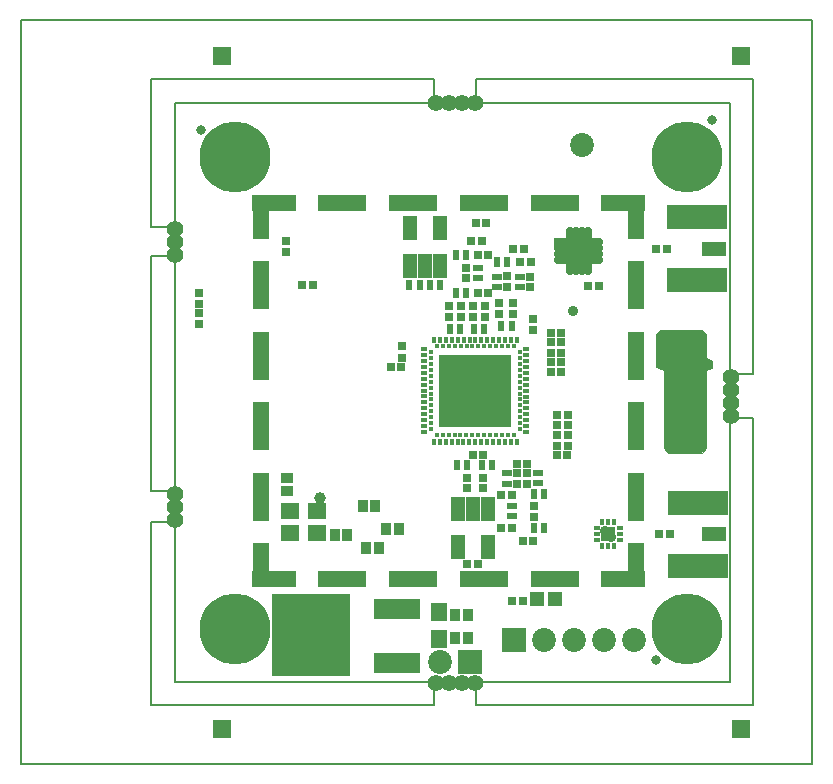
<source format=gts>
G04 (created by PCBNEW (2013-05-31 BZR 4019)-stable) date 03/03/2014 21:16:58*
%MOIN*%
G04 Gerber Fmt 3.4, Leading zero omitted, Abs format*
%FSLAX34Y34*%
G01*
G70*
G90*
G04 APERTURE LIST*
%ADD10C,0.00590551*%
%ADD11C,0.0077*%
%ADD12C,0.0314961*%
%ADD13C,0.0357*%
%ADD14C,0.0554*%
%ADD15R,0.0592X0.0592*%
%ADD16C,0.0395*%
%ADD17R,0.055X0.0588*%
%ADD18R,0.0588X0.055*%
%ADD19R,0.0273X0.0253*%
%ADD20R,0.0253X0.0273*%
%ADD21R,0.0337X0.0218*%
%ADD22R,0.0218X0.0337*%
%ADD23R,0.0353X0.0392*%
%ADD24R,0.0392X0.0353*%
%ADD25R,0.0273X0.0273*%
%ADD26C,0.2365*%
%ADD27R,0.1571X0.0704*%
%ADD28R,0.2594X0.2752*%
%ADD29R,0.0514X0.0514*%
%ADD30R,0.2049X0.0789*%
%ADD31R,0.0789X0.0475*%
%ADD32R,0.0797X0.0797*%
%ADD33C,0.0797*%
%ADD34R,0.0453X0.0803*%
%ADD35R,0.0823X0.0823*%
%ADD36O,0.0271X0.0489*%
%ADD37O,0.0276X0.0489*%
%ADD38O,0.0272X0.0489*%
%ADD39O,0.0489X0.0272*%
%ADD40R,0.0489X0.0272*%
%ADD41O,0.0489X0.0276*%
%ADD42R,0.0357X0.0409*%
%ADD43R,0.022X0.0314*%
%ADD44R,0.0476X0.0295*%
%ADD45R,0.0527X0.0295*%
%ADD46R,0.0554X0.0295*%
%ADD47R,0.0759X0.0295*%
%ADD48R,0.0219X0.0295*%
%ADD49R,0.0219X0.0283*%
%ADD50R,0.022X0.0295*%
%ADD51R,0.0219X0.0371*%
%ADD52R,0.0219X0.0542*%
%ADD53R,0.0219X0.0504*%
%ADD54R,0.0219X0.0294*%
%ADD55R,0.0219X0.0409*%
%ADD56R,0.0219X0.058*%
%ADD57R,0.0219X0.0675*%
%ADD58R,0.0219X0.0789*%
%ADD59R,0.0219X0.0846*%
%ADD60R,0.0219X0.0903*%
%ADD61R,0.0219X0.0979*%
%ADD62R,0.0219X0.0485*%
%ADD63R,0.0219X0.0447*%
%ADD64R,0.0219X0.0428*%
%ADD65R,0.0219X0.039*%
%ADD66R,0.0219X0.0333*%
%ADD67R,0.0219X0.0276*%
%ADD68R,0.0219X0.0238*%
%ADD69R,0.0219X0.0637*%
%ADD70R,0.0219X0.0751*%
%ADD71R,0.0219X0.0314*%
%ADD72R,0.0219X0.0257*%
%ADD73R,0.022X0.034*%
%ADD74R,0.0219X0.0535*%
%ADD75R,0.0219X0.0352*%
%ADD76R,0.0219X0.0561*%
%ADD77R,0.0219X0.0599*%
%ADD78R,0.0219X0.0523*%
%ADD79R,0.0219X0.0466*%
%ADD80R,0.0791X0.0295*%
%ADD81R,0.0357X0.0295*%
%ADD82R,0.022X0.058*%
%ADD83R,0.0219X0.0618*%
%ADD84R,0.0495X0.0295*%
%ADD85R,0.0417X0.0295*%
%ADD86R,0.0924X0.0295*%
%ADD87R,0.0219X0.3981*%
%ADD88R,0.0129921X0.0248031*%
%ADD89R,0.0248031X0.0129921*%
%ADD90R,0.0464567X0.0464567*%
%ADD91R,0.240146X0.240146*%
%ADD92R,0.0235X0.0393*%
%ADD93R,0.0155X0.0155*%
%ADD94R,0.0155X0.0215*%
%ADD95R,0.0215X0.0155*%
%ADD96R,0.1649X0.0546*%
%ADD97R,0.1453X0.0546*%
%ADD98R,0.0546X0.1453*%
%ADD99R,0.0546X0.1649*%
%ADD100C,0.0039*%
G04 APERTURE END LIST*
G54D10*
G54D11*
X42606Y-52483D02*
X42606Y-27680D01*
X68983Y-52483D02*
X42606Y-52483D01*
X68983Y-27680D02*
X68983Y-52483D01*
X42606Y-27680D02*
X68983Y-27680D01*
X66228Y-30437D02*
X66228Y-39492D01*
X57764Y-30437D02*
X66228Y-30437D01*
X57764Y-29650D02*
X57764Y-30437D01*
X67016Y-29650D02*
X57764Y-29650D01*
X67016Y-39492D02*
X67016Y-29650D01*
X66228Y-39492D02*
X67016Y-39492D01*
X57764Y-50515D02*
X57764Y-49728D01*
X67016Y-50515D02*
X57764Y-50515D01*
X67016Y-40948D02*
X67016Y-50515D01*
X66228Y-40948D02*
X67016Y-40948D01*
X66228Y-49728D02*
X66228Y-40948D01*
X57764Y-49728D02*
X66228Y-49728D01*
X46936Y-50515D02*
X46936Y-44413D01*
X56386Y-50515D02*
X46936Y-50515D01*
X56386Y-49728D02*
X56386Y-50515D01*
X47724Y-49728D02*
X56386Y-49728D01*
X47724Y-44413D02*
X47724Y-49728D01*
X46936Y-44413D02*
X47724Y-44413D01*
X46936Y-43390D02*
X46936Y-35555D01*
X47724Y-43390D02*
X46936Y-43390D01*
X47724Y-35555D02*
X47724Y-43390D01*
X46936Y-35555D02*
X47724Y-35555D01*
X47724Y-30437D02*
X47724Y-34570D01*
X46936Y-34570D02*
X47724Y-34570D01*
X46936Y-29648D02*
X46936Y-34570D01*
X46936Y-29648D02*
X56384Y-29648D01*
X56384Y-29648D02*
X56384Y-30437D01*
X47724Y-30437D02*
X56384Y-30437D01*
G54D12*
X48590Y-31346D03*
X65629Y-31015D03*
X63771Y-49007D03*
G54D13*
X61386Y-35540D03*
X61024Y-35536D03*
X61024Y-35198D03*
X61394Y-35193D03*
G54D14*
X47725Y-34630D03*
X47725Y-35063D03*
X47725Y-35496D03*
X47725Y-44335D03*
X47725Y-43902D03*
X47725Y-43469D03*
X66268Y-39571D03*
X66268Y-40004D03*
X66268Y-40437D03*
X66268Y-40870D03*
G54D15*
X49299Y-51303D03*
X49299Y-51303D03*
X66622Y-51303D03*
X66622Y-51303D03*
X66621Y-28862D03*
X66621Y-28862D03*
G54D13*
X58299Y-40354D03*
X58299Y-39921D03*
X58082Y-40138D03*
X58515Y-40138D03*
X61011Y-37386D03*
X62078Y-44708D03*
X62275Y-44901D03*
X58732Y-40354D03*
X57866Y-40354D03*
X57433Y-40354D03*
X57000Y-40354D03*
X56783Y-40571D03*
X57216Y-40571D03*
X57653Y-40571D03*
X58082Y-40571D03*
X58515Y-40571D03*
X58515Y-41004D03*
X58082Y-41004D03*
X57653Y-41004D03*
X57216Y-41004D03*
X56783Y-41004D03*
X57000Y-40787D03*
X57433Y-40787D03*
X58299Y-40787D03*
X57866Y-40787D03*
X58732Y-40787D03*
X58732Y-39921D03*
X57866Y-39921D03*
X57433Y-39921D03*
X57000Y-39921D03*
X56783Y-40138D03*
X57216Y-40138D03*
X57653Y-40138D03*
X58515Y-39705D03*
X58082Y-39705D03*
X57653Y-39705D03*
X57216Y-39705D03*
X56783Y-39705D03*
X57000Y-39488D03*
X57433Y-39488D03*
X58299Y-39488D03*
X57866Y-39488D03*
X58732Y-39488D03*
X58732Y-39055D03*
X57866Y-39055D03*
X58299Y-39055D03*
X57433Y-39055D03*
X57000Y-39055D03*
X56783Y-39272D03*
X57216Y-39272D03*
X57653Y-39272D03*
X58082Y-39272D03*
X58515Y-39272D03*
G54D16*
X52586Y-43621D03*
G54D17*
X56532Y-48310D03*
X56532Y-47406D03*
G54D18*
X51568Y-44036D03*
X52472Y-44036D03*
X51568Y-44772D03*
X52472Y-44772D03*
G54D19*
X51445Y-35036D03*
X51445Y-35406D03*
G54D20*
X61870Y-36559D03*
X61500Y-36559D03*
G54D19*
X60461Y-41890D03*
X60461Y-41520D03*
X55299Y-38559D03*
X55299Y-38929D03*
X60827Y-41504D03*
X60827Y-41874D03*
X60618Y-38784D03*
X60618Y-38414D03*
X60264Y-38402D03*
X60264Y-38772D03*
X59665Y-38024D03*
X59665Y-37654D03*
G54D21*
X58799Y-43133D03*
X58799Y-42793D03*
X57825Y-35952D03*
X57825Y-36292D03*
X59843Y-43123D03*
X59843Y-42783D03*
G54D22*
X58800Y-35740D03*
X58460Y-35740D03*
X57442Y-36787D03*
X57102Y-36787D03*
G54D21*
X58472Y-36568D03*
X58472Y-36228D03*
G54D22*
X57434Y-35512D03*
X57094Y-35512D03*
X58957Y-37870D03*
X58617Y-37870D03*
G54D21*
X59252Y-36247D03*
X59252Y-36587D03*
G54D22*
X58296Y-42520D03*
X57956Y-42520D03*
X57123Y-42500D03*
X57463Y-42500D03*
X59692Y-44606D03*
X60032Y-44606D03*
G54D21*
X58976Y-44225D03*
X58976Y-43885D03*
G54D22*
X59692Y-43484D03*
X60032Y-43484D03*
X57237Y-37984D03*
X56897Y-37984D03*
X56568Y-36500D03*
X56228Y-36500D03*
X55550Y-36496D03*
X55890Y-36496D03*
X58044Y-37992D03*
X57704Y-37992D03*
G54D23*
X57078Y-47500D03*
X57508Y-47500D03*
X57088Y-48284D03*
X57518Y-48284D03*
X54542Y-45276D03*
X54112Y-45276D03*
G54D24*
X51469Y-43372D03*
X51469Y-42943D03*
G54D23*
X53057Y-44851D03*
X53487Y-44851D03*
X55215Y-44638D03*
X54785Y-44638D03*
X53990Y-43882D03*
X54420Y-43882D03*
G54D25*
X59016Y-35305D03*
X59370Y-35305D03*
X59327Y-45031D03*
X59681Y-45031D03*
X58976Y-44606D03*
X58622Y-44606D03*
X59693Y-43878D03*
X59693Y-44232D03*
X58976Y-43504D03*
X58622Y-43504D03*
X59124Y-42776D03*
X59124Y-43130D03*
X59488Y-42776D03*
X59488Y-43130D03*
X59130Y-42477D03*
X59484Y-42477D03*
X59577Y-36584D03*
X59577Y-36230D03*
X57469Y-45799D03*
X57823Y-45799D03*
X57622Y-35059D03*
X57976Y-35059D03*
X58004Y-42933D03*
X58004Y-43287D03*
X57461Y-42933D03*
X57461Y-43287D03*
X57667Y-42165D03*
X58021Y-42165D03*
X59012Y-37480D03*
X59012Y-37126D03*
X59248Y-35744D03*
X59602Y-35744D03*
X58799Y-36575D03*
X58799Y-36221D03*
X57441Y-36289D03*
X57441Y-35935D03*
X51976Y-36496D03*
X52330Y-36496D03*
X57825Y-35522D03*
X58179Y-35522D03*
X58071Y-37579D03*
X58071Y-37225D03*
X57677Y-37579D03*
X57677Y-37225D03*
X57260Y-37575D03*
X57260Y-37221D03*
X57825Y-36781D03*
X58179Y-36781D03*
X57764Y-34433D03*
X58118Y-34433D03*
X56874Y-37567D03*
X56874Y-37213D03*
X58547Y-37480D03*
X58547Y-37126D03*
X63775Y-35299D03*
X64129Y-35299D03*
X48532Y-37130D03*
X48532Y-36776D03*
X48532Y-37457D03*
X48532Y-37811D03*
X60264Y-38110D03*
X60618Y-38110D03*
X60268Y-39083D03*
X60622Y-39083D03*
X60264Y-39406D03*
X60618Y-39406D03*
X60473Y-40831D03*
X60827Y-40831D03*
X60461Y-42173D03*
X60815Y-42173D03*
X55283Y-39252D03*
X54929Y-39252D03*
X60481Y-41173D03*
X60835Y-41173D03*
G54D26*
X49752Y-32228D03*
X64791Y-32228D03*
X64791Y-47975D03*
X49752Y-47975D03*
G54D27*
X55145Y-49107D03*
G54D28*
X52271Y-48173D03*
G54D27*
X55145Y-47309D03*
G54D20*
X59347Y-47051D03*
X58977Y-47051D03*
G54D29*
X60421Y-46992D03*
X59791Y-46992D03*
G54D16*
X52112Y-49195D03*
X51720Y-49197D03*
X52507Y-49197D03*
X51325Y-49197D03*
X51325Y-48802D03*
X51325Y-48410D03*
X51325Y-48015D03*
X51325Y-47622D03*
X51325Y-47267D03*
X51720Y-47267D03*
X52114Y-47267D03*
X52507Y-47267D03*
X52900Y-47267D03*
X52900Y-47622D03*
X52900Y-48015D03*
X52900Y-48410D03*
X52900Y-48802D03*
G54D15*
X49299Y-28862D03*
X49299Y-28862D03*
G54D14*
X56426Y-49768D03*
X56859Y-49768D03*
X57292Y-49768D03*
X57726Y-49768D03*
X56425Y-30437D03*
X56858Y-30437D03*
X57291Y-30437D03*
X57725Y-30437D03*
G54D30*
X65161Y-43763D03*
X65161Y-45867D03*
G54D31*
X65711Y-44815D03*
G54D30*
X65145Y-34246D03*
X65145Y-36350D03*
G54D31*
X65695Y-35298D03*
G54D32*
X57576Y-49079D03*
G54D33*
X56576Y-49079D03*
G54D34*
X57164Y-43981D03*
X57664Y-43981D03*
X58164Y-43981D03*
X58164Y-45232D03*
X57164Y-45232D03*
G54D35*
X61200Y-35379D03*
G54D36*
X61298Y-34799D03*
G54D37*
X61102Y-34799D03*
G54D36*
X60905Y-34799D03*
G54D37*
X61495Y-34799D03*
X61102Y-35959D03*
G54D38*
X60905Y-35960D03*
X61298Y-35960D03*
X61495Y-35960D03*
G54D39*
X60619Y-35281D03*
G54D40*
X60619Y-35084D03*
G54D39*
X60619Y-35477D03*
X60619Y-35674D03*
G54D41*
X61780Y-35281D03*
G54D39*
X61781Y-35084D03*
X61781Y-35477D03*
X61781Y-35674D03*
G54D34*
X56579Y-35874D03*
X56079Y-35874D03*
X55579Y-35874D03*
X55579Y-34623D03*
X56579Y-34623D03*
G54D42*
X65303Y-39141D03*
G54D43*
X65063Y-40479D03*
G54D44*
X64551Y-40832D03*
G54D45*
X64905Y-40832D03*
G54D46*
X64890Y-41137D03*
G54D47*
X64791Y-41438D03*
G54D48*
X65437Y-39141D03*
G54D49*
X64362Y-40940D03*
G54D50*
X64377Y-41328D03*
G54D49*
X64358Y-41334D03*
G54D51*
X64378Y-41479D03*
G54D52*
X65043Y-39587D03*
G54D53*
X65059Y-39606D03*
G54D48*
X65063Y-40224D03*
G54D50*
X65044Y-40224D03*
G54D54*
X65059Y-39826D03*
G54D55*
X63960Y-38571D03*
G54D56*
X63979Y-38561D03*
G54D57*
X63998Y-38571D03*
G54D58*
X64017Y-38571D03*
G54D59*
X64036Y-38561D03*
G54D60*
X64055Y-38571D03*
G54D61*
X64074Y-38571D03*
G54D62*
X64093Y-38837D03*
X64093Y-38305D03*
G54D63*
X64112Y-38875D03*
X64112Y-38267D03*
G54D64*
X64131Y-38903D03*
G54D55*
X64131Y-38229D03*
G54D65*
X64150Y-38922D03*
G54D51*
X64150Y-38210D03*
G54D66*
X64169Y-38932D03*
X64169Y-38210D03*
G54D48*
X64188Y-38932D03*
G54D63*
X64188Y-38571D03*
G54D67*
X64188Y-38200D03*
G54D68*
X64207Y-38941D03*
G54D52*
X64207Y-38561D03*
G54D68*
X64207Y-38200D03*
G54D69*
X64226Y-38571D03*
G54D57*
X64245Y-38571D03*
G54D70*
X64264Y-38571D03*
G54D64*
X64283Y-38751D03*
G54D55*
X64283Y-38381D03*
G54D51*
X64302Y-38780D03*
X64302Y-38362D03*
G54D71*
X64321Y-38789D03*
X64321Y-38352D03*
G54D72*
X64340Y-38799D03*
X64340Y-38343D03*
G54D66*
X64359Y-41915D03*
G54D73*
X64358Y-41464D03*
G54D74*
X64362Y-40712D03*
G54D71*
X64359Y-40024D03*
G54D53*
X64359Y-39606D03*
G54D48*
X64359Y-38571D03*
G54D75*
X64378Y-41905D03*
G54D48*
X64378Y-40946D03*
G54D76*
X64378Y-40699D03*
G54D75*
X64378Y-40024D03*
G54D52*
X64378Y-39587D03*
G54D55*
X64378Y-38571D03*
G54D75*
X64397Y-41905D03*
G54D51*
X64397Y-41478D03*
G54D48*
X64397Y-41326D03*
X64397Y-40946D03*
G54D56*
X64397Y-40689D03*
G54D75*
X64397Y-40024D03*
G54D56*
X64397Y-39568D03*
G54D62*
X64397Y-38571D03*
G54D75*
X64416Y-41905D03*
G54D51*
X64416Y-41478D03*
G54D48*
X64416Y-41307D03*
X64416Y-40965D03*
G54D77*
X64416Y-40680D03*
G54D75*
X64416Y-40024D03*
G54D77*
X64416Y-39559D03*
G54D78*
X64416Y-38571D03*
G54D51*
X64435Y-41896D03*
X64435Y-41478D03*
G54D48*
X64435Y-41307D03*
X64435Y-40965D03*
G54D66*
X64435Y-40528D03*
G54D51*
X64435Y-40034D03*
G54D75*
X64435Y-39416D03*
G54D48*
X64435Y-38685D03*
X64435Y-38457D03*
G54D51*
X64454Y-41896D03*
X64454Y-41478D03*
G54D48*
X64454Y-41288D03*
X64454Y-40984D03*
G54D71*
X64454Y-40499D03*
G54D65*
X64454Y-40024D03*
G54D66*
X64454Y-39388D03*
G54D68*
X64454Y-38694D03*
X64454Y-38447D03*
G54D51*
X64473Y-41896D03*
G54D65*
X64473Y-41487D03*
G54D48*
X64473Y-41288D03*
X64473Y-40984D03*
X64473Y-40490D03*
G54D67*
X64473Y-40081D03*
G54D48*
X64473Y-39977D03*
G54D71*
X64473Y-39359D03*
G54D51*
X64492Y-41896D03*
G54D65*
X64492Y-41487D03*
G54D48*
X64492Y-41269D03*
G54D67*
X64492Y-40993D03*
G54D48*
X64492Y-40490D03*
X64492Y-40091D03*
G54D67*
X64492Y-39967D03*
G54D71*
X64492Y-39359D03*
G54D65*
X64511Y-41886D03*
X64511Y-41487D03*
G54D48*
X64511Y-41269D03*
X64511Y-41003D03*
X64511Y-40471D03*
X64511Y-40091D03*
X64511Y-39958D03*
G54D71*
X64511Y-39340D03*
G54D67*
X64530Y-41829D03*
G54D65*
X64530Y-41487D03*
G54D48*
X64530Y-41250D03*
G54D67*
X64530Y-41012D03*
G54D48*
X64530Y-40471D03*
X64530Y-40091D03*
X64530Y-39958D03*
X64530Y-39331D03*
G54D67*
X64549Y-41829D03*
G54D55*
X64549Y-41497D03*
G54D48*
X64549Y-41250D03*
X64549Y-41022D03*
X64549Y-40471D03*
G54D67*
X64549Y-40100D03*
G54D48*
X64549Y-39958D03*
X64549Y-39331D03*
X64568Y-41820D03*
X64568Y-41554D03*
X64568Y-41231D03*
G54D67*
X64568Y-41031D03*
G54D48*
X64568Y-40471D03*
X64568Y-40110D03*
G54D67*
X64568Y-39948D03*
G54D79*
X64568Y-38789D03*
G54D53*
X64568Y-38333D03*
G54D67*
X64587Y-41810D03*
X64587Y-41563D03*
G54D48*
X64587Y-41231D03*
X64587Y-41041D03*
X64587Y-40471D03*
X64587Y-40110D03*
X64587Y-39939D03*
G54D62*
X64587Y-38780D03*
G54D53*
X64587Y-38333D03*
G54D67*
X64606Y-41810D03*
G54D48*
X64606Y-41573D03*
X64606Y-41212D03*
G54D67*
X64606Y-41050D03*
G54D48*
X64606Y-40490D03*
G54D67*
X64606Y-40119D03*
G54D48*
X64606Y-39939D03*
G54D78*
X64606Y-38761D03*
G54D53*
X64606Y-38333D03*
G54D67*
X64625Y-41810D03*
G54D48*
X64625Y-41573D03*
X64625Y-41212D03*
X64625Y-41060D03*
G54D71*
X64625Y-40499D03*
G54D48*
X64625Y-40129D03*
X64625Y-39939D03*
G54D78*
X64625Y-38761D03*
G54D53*
X64625Y-38333D03*
G54D48*
X64644Y-41801D03*
X64644Y-41573D03*
X64644Y-41193D03*
G54D67*
X64644Y-41069D03*
G54D71*
X64644Y-40518D03*
G54D48*
X64644Y-40129D03*
X64644Y-39920D03*
G54D66*
X64644Y-38647D03*
G54D67*
X64663Y-41791D03*
X64663Y-41582D03*
G54D65*
X64663Y-41126D03*
G54D75*
X64663Y-40537D03*
G54D48*
X64663Y-40129D03*
X64663Y-39920D03*
X64663Y-38628D03*
G54D67*
X64682Y-41791D03*
G54D48*
X64682Y-41592D03*
G54D51*
X64682Y-41136D03*
G54D77*
X64682Y-40680D03*
G54D67*
X64682Y-40138D03*
G54D48*
X64682Y-39920D03*
X64682Y-38609D03*
G54D67*
X64701Y-41791D03*
G54D48*
X64701Y-41592D03*
G54D75*
X64701Y-41126D03*
G54D56*
X64701Y-40689D03*
G54D48*
X64701Y-40148D03*
X64701Y-39901D03*
G54D80*
X64704Y-39711D03*
G54D81*
X64701Y-38875D03*
G54D48*
X64701Y-38609D03*
G54D81*
X64701Y-38438D03*
G54D48*
X64720Y-41782D03*
G54D67*
X64720Y-41601D03*
G54D66*
X64720Y-41136D03*
G54D52*
X64720Y-40708D03*
G54D48*
X64720Y-40148D03*
X64720Y-39901D03*
G54D67*
X64720Y-38618D03*
G54D47*
X64791Y-41934D03*
G54D67*
X64739Y-41772D03*
X64739Y-41601D03*
G54D78*
X64739Y-40718D03*
G54D48*
X64739Y-40148D03*
X64739Y-39901D03*
X64739Y-38628D03*
G54D67*
X64758Y-41772D03*
G54D48*
X64758Y-41611D03*
X64758Y-40604D03*
G54D71*
X64758Y-40157D03*
G54D48*
X64758Y-39901D03*
G54D71*
X64758Y-38637D03*
G54D48*
X64777Y-41763D03*
X64777Y-41611D03*
G54D71*
X64777Y-40594D03*
G54D82*
X64777Y-40024D03*
G54D78*
X64777Y-38761D03*
G54D63*
X64777Y-38362D03*
G54D67*
X64796Y-41753D03*
X64796Y-41620D03*
G54D48*
X64796Y-40585D03*
G54D56*
X64796Y-40024D03*
G54D53*
X64796Y-38770D03*
G54D63*
X64796Y-38362D03*
G54D67*
X64815Y-41753D03*
X64815Y-41620D03*
G54D71*
X64815Y-40575D03*
G54D56*
X64815Y-40024D03*
G54D62*
X64815Y-38780D03*
G54D63*
X64815Y-38362D03*
G54D67*
X64834Y-41753D03*
G54D48*
X64834Y-41630D03*
G54D71*
X64834Y-40575D03*
G54D83*
X64834Y-40024D03*
G54D84*
X64701Y-39311D03*
G54D79*
X64834Y-38789D03*
G54D63*
X64834Y-38362D03*
G54D48*
X64853Y-41744D03*
X64853Y-41630D03*
X64853Y-40566D03*
X64853Y-40186D03*
X64853Y-39863D03*
G54D71*
X64853Y-39321D03*
X64853Y-38694D03*
G54D67*
X64872Y-41734D03*
X64872Y-41639D03*
G54D71*
X64872Y-40556D03*
G54D48*
X64872Y-40186D03*
X64872Y-39863D03*
X64872Y-39331D03*
X64872Y-38685D03*
G54D51*
X64891Y-41687D03*
G54D48*
X64891Y-40547D03*
X64891Y-40205D03*
X64891Y-39863D03*
G54D71*
X64891Y-39340D03*
G54D48*
X64891Y-38685D03*
G54D51*
X64910Y-41687D03*
G54D71*
X64910Y-40537D03*
G54D48*
X64910Y-40205D03*
X64910Y-39844D03*
X64910Y-39350D03*
X64910Y-38666D03*
G54D75*
X64929Y-41696D03*
G54D71*
X64929Y-40537D03*
G54D48*
X64929Y-40205D03*
X64929Y-39844D03*
G54D71*
X64929Y-39359D03*
G54D48*
X64929Y-38666D03*
G54D66*
X64948Y-41687D03*
G54D48*
X64948Y-40528D03*
X64948Y-40205D03*
X64948Y-39844D03*
G54D71*
X64948Y-39378D03*
G54D48*
X64948Y-38647D03*
G54D85*
X64945Y-38438D03*
G54D66*
X64967Y-41687D03*
G54D71*
X64967Y-40518D03*
G54D48*
X64967Y-40224D03*
X64967Y-39825D03*
G54D75*
X64967Y-39397D03*
G54D85*
X64945Y-38875D03*
G54D48*
X64967Y-38647D03*
G54D66*
X64986Y-41687D03*
G54D48*
X64986Y-40509D03*
G54D86*
X64712Y-40345D03*
G54D48*
X64986Y-40224D03*
X64986Y-39825D03*
G54D71*
X64986Y-39701D03*
G54D55*
X64986Y-39445D03*
G54D48*
X64986Y-39141D03*
X64986Y-38628D03*
X65005Y-41687D03*
G54D71*
X65005Y-40499D03*
G54D48*
X65005Y-40224D03*
X65005Y-39825D03*
G54D77*
X65005Y-39559D03*
G54D66*
X65005Y-39141D03*
G54D48*
X65005Y-38628D03*
X65024Y-41687D03*
X65024Y-40490D03*
X65024Y-40224D03*
X65024Y-39825D03*
G54D76*
X65024Y-39578D03*
G54D51*
X65024Y-39141D03*
G54D67*
X65024Y-38618D03*
G54D48*
X65043Y-41687D03*
G54D71*
X65043Y-40480D03*
G54D54*
X65043Y-39826D03*
G54D48*
X65043Y-38609D03*
G54D72*
X65062Y-41687D03*
G54D42*
X65110Y-39141D03*
G54D87*
X65195Y-40091D03*
X65214Y-40091D03*
X65233Y-40091D03*
G54D65*
X65386Y-39141D03*
G54D51*
X65404Y-39141D03*
G54D66*
X65421Y-39141D03*
G54D33*
X61314Y-31834D03*
X63043Y-48350D03*
X62043Y-48350D03*
X61043Y-48350D03*
G54D32*
X59043Y-48330D03*
G54D33*
X60043Y-48350D03*
G54D88*
X62185Y-45208D03*
X61988Y-45208D03*
X62381Y-45208D03*
X62381Y-44421D03*
X62185Y-44421D03*
X61988Y-44421D03*
G54D89*
X61791Y-45011D03*
X61791Y-44814D03*
X61791Y-44618D03*
X62578Y-44814D03*
X62578Y-44618D03*
X62578Y-45011D03*
G54D90*
X62185Y-44814D03*
G54D25*
X63882Y-44814D03*
X64236Y-44814D03*
G54D91*
X57751Y-40028D03*
G54D92*
X58242Y-40948D03*
X58242Y-40580D03*
X58242Y-40216D03*
X58242Y-39845D03*
X58242Y-39480D03*
X58242Y-39113D03*
X58437Y-39113D03*
X58439Y-39480D03*
X58439Y-39845D03*
X58439Y-40216D03*
X58439Y-40580D03*
X58439Y-40948D03*
X58827Y-40948D03*
X58827Y-40580D03*
X58827Y-40216D03*
X58827Y-39845D03*
X58827Y-39480D03*
X58827Y-39113D03*
X58630Y-39113D03*
X58630Y-39480D03*
X58630Y-39845D03*
X58630Y-40216D03*
X58630Y-40580D03*
X58630Y-40948D03*
X57462Y-40948D03*
X57462Y-40580D03*
X57462Y-40216D03*
X57462Y-39845D03*
X57462Y-39480D03*
X57462Y-39113D03*
X57657Y-39113D03*
X57659Y-39480D03*
X57659Y-39845D03*
X57659Y-40216D03*
X57659Y-40580D03*
X57659Y-40948D03*
X58047Y-40948D03*
X58047Y-40580D03*
X58047Y-40216D03*
X58047Y-39845D03*
X58047Y-39480D03*
X58047Y-39113D03*
X57850Y-39113D03*
X57850Y-39480D03*
X57850Y-39845D03*
X57850Y-40216D03*
X57850Y-40580D03*
X57850Y-40948D03*
X57067Y-40948D03*
X57067Y-40580D03*
X57067Y-40216D03*
X57067Y-39845D03*
X57067Y-39480D03*
X57067Y-39113D03*
X57264Y-39113D03*
X57265Y-39480D03*
X57265Y-39845D03*
X57265Y-40216D03*
X57265Y-40580D03*
X57265Y-40948D03*
X56875Y-40948D03*
X56875Y-40580D03*
X56875Y-40216D03*
X56875Y-39845D03*
X56875Y-39480D03*
X56875Y-39113D03*
G54D93*
X58836Y-38554D03*
X59033Y-38554D03*
X58638Y-38554D03*
X58441Y-38554D03*
X58245Y-38554D03*
X58048Y-38554D03*
X57851Y-38554D03*
X57655Y-38554D03*
X57458Y-38554D03*
X57260Y-38554D03*
X57063Y-38554D03*
X56866Y-38554D03*
X56671Y-38554D03*
G54D94*
X59130Y-38330D03*
X58933Y-38330D03*
X58738Y-38330D03*
X58541Y-38330D03*
X58343Y-38330D03*
X58146Y-38330D03*
X57950Y-38330D03*
X57753Y-38330D03*
X57556Y-38330D03*
X57360Y-38330D03*
X57163Y-38330D03*
X56966Y-38330D03*
X56768Y-38330D03*
X56571Y-38330D03*
G54D93*
X56473Y-38554D03*
G54D95*
X59453Y-38653D03*
G54D93*
X59228Y-38753D03*
G54D95*
X59453Y-38852D03*
X59453Y-39048D03*
X59453Y-39245D03*
X59453Y-39442D03*
X59453Y-39638D03*
X59451Y-39835D03*
X59453Y-40032D03*
X59453Y-40228D03*
X59453Y-40427D03*
X59453Y-40622D03*
X59453Y-40820D03*
X59453Y-41017D03*
X59453Y-41212D03*
X59453Y-41400D03*
G54D93*
X59228Y-38950D03*
X59228Y-39145D03*
X59228Y-39343D03*
X59228Y-39540D03*
X59228Y-39737D03*
X59228Y-39933D03*
X59228Y-40132D03*
X59228Y-40327D03*
X59228Y-40523D03*
X59228Y-40722D03*
X59228Y-40918D03*
X59228Y-41312D03*
X59228Y-41115D03*
X58830Y-41505D03*
X59026Y-41505D03*
X58633Y-41505D03*
X58436Y-41505D03*
X58238Y-41505D03*
X58043Y-41505D03*
X57846Y-41505D03*
X57648Y-41505D03*
X57451Y-41505D03*
X57255Y-41505D03*
X57058Y-41505D03*
X56860Y-41505D03*
X56665Y-41505D03*
G54D94*
X59123Y-41730D03*
X58926Y-41730D03*
X58731Y-41730D03*
X58535Y-41730D03*
X58338Y-41730D03*
X58141Y-41730D03*
X57943Y-41730D03*
X57746Y-41730D03*
X57550Y-41729D03*
X57353Y-41730D03*
X57156Y-41730D03*
X56960Y-41730D03*
X56763Y-41730D03*
X56566Y-41730D03*
G54D93*
X56468Y-41505D03*
G54D94*
X56368Y-41730D03*
X56374Y-38330D03*
G54D95*
X56051Y-38652D03*
G54D93*
X56276Y-38751D03*
G54D95*
X56051Y-38849D03*
X56051Y-39046D03*
X56051Y-39243D03*
X56051Y-39440D03*
X56051Y-39637D03*
X56051Y-39833D03*
X56051Y-40030D03*
X56051Y-40227D03*
X56051Y-40424D03*
X56051Y-40621D03*
X56051Y-40818D03*
X56051Y-41015D03*
X56051Y-41210D03*
X56051Y-41407D03*
G54D93*
X56276Y-38948D03*
X56276Y-39144D03*
X56276Y-39341D03*
X56276Y-39538D03*
X56276Y-39735D03*
X56276Y-39932D03*
X56276Y-40129D03*
X56276Y-40326D03*
X56276Y-40522D03*
X56276Y-40719D03*
X56276Y-40916D03*
X56276Y-41310D03*
X56276Y-41113D03*
G54D92*
X56679Y-39113D03*
X56679Y-39480D03*
X56679Y-39845D03*
X56679Y-40216D03*
X56679Y-40580D03*
X56679Y-40948D03*
G54D96*
X60400Y-33783D03*
X58038Y-33783D03*
X55676Y-33783D03*
X53313Y-33783D03*
G54D97*
X51051Y-33783D03*
G54D98*
X50599Y-34235D03*
G54D99*
X63116Y-36500D03*
X63116Y-38862D03*
X63116Y-41223D03*
X63116Y-43587D03*
G54D97*
X62663Y-46301D03*
G54D98*
X63116Y-45847D03*
X50599Y-45847D03*
G54D97*
X51051Y-46301D03*
G54D96*
X53313Y-46301D03*
X55676Y-46301D03*
X58038Y-46301D03*
X60400Y-46301D03*
G54D99*
X50599Y-43587D03*
X50599Y-41223D03*
X50599Y-38862D03*
X50599Y-36500D03*
G54D97*
X62663Y-33783D03*
G54D98*
X63116Y-34235D03*
G54D10*
G36*
X65649Y-39277D02*
X65452Y-39356D01*
X65452Y-41960D01*
X65306Y-42106D01*
X64181Y-42106D01*
X64035Y-41960D01*
X64035Y-39357D01*
X63759Y-39239D01*
X63759Y-38158D01*
X63906Y-38011D01*
X65306Y-38011D01*
X65452Y-38158D01*
X65452Y-38950D01*
X65649Y-39029D01*
X65649Y-39277D01*
X65649Y-39277D01*
G37*
G54D100*
X65649Y-39277D02*
X65452Y-39356D01*
X65452Y-41960D01*
X65306Y-42106D01*
X64181Y-42106D01*
X64035Y-41960D01*
X64035Y-39357D01*
X63759Y-39239D01*
X63759Y-38158D01*
X63906Y-38011D01*
X65306Y-38011D01*
X65452Y-38158D01*
X65452Y-38950D01*
X65649Y-39029D01*
X65649Y-39277D01*
M02*

</source>
